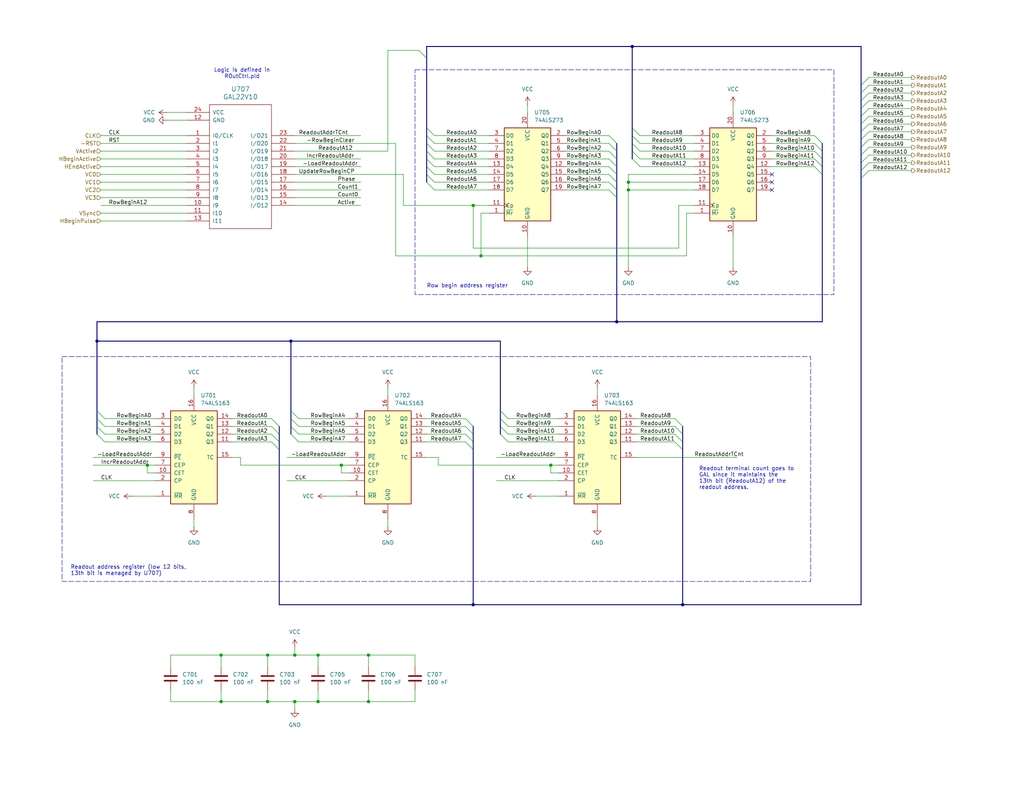
<source format=kicad_sch>
(kicad_sch (version 20231120) (generator "eeschema") (generator_version "8.0")
  (paper "User" 335.28 259.08)
  (title_block (title "Readout") (company "daveho hacks"))
  (lib_symbols
    (symbol "74xx:74LS163" (pin_names (offset 1.016))
      (property "Reference" "U" (at -7.62 16.51 0))
      (property "Value" "74LS163" (at -7.62 -16.51 0))
      (symbol "74LS163_1_0"
        (pin input line (at -12.7 -12.7 0) (length 5.08) (name "~{MR}") (number "1"))
        (pin input line (at -12.7 -5.08 0) (length 5.08) (name "CET") (number "10"))
        (pin output line (at 12.7 5.08 180) (length 5.08) (name "Q3") (number "11"))
        (pin output line (at 12.7 7.62 180) (length 5.08) (name "Q2") (number "12"))
        (pin output line (at 12.7 10.16 180) (length 5.08) (name "Q1") (number "13"))
        (pin output line (at 12.7 12.7 180) (length 5.08) (name "Q0") (number "14"))
        (pin output line (at 12.7 0 180) (length 5.08) (name "TC") (number "15"))
        (pin power_in line (at 0 20.32 270) (length 5.08) (name "VCC") (number "16"))
        (pin input line (at -12.7 -7.62 0) (length 5.08) (name "CP") (number "2"))
        (pin input line (at -12.7 12.7 0) (length 5.08) (name "D0") (number "3"))
        (pin input line (at -12.7 10.16 0) (length 5.08) (name "D1") (number "4"))
        (pin input line (at -12.7 7.62 0) (length 5.08) (name "D2") (number "5"))
        (pin input line (at -12.7 5.08 0) (length 5.08) (name "D3") (number "6"))
        (pin input line (at -12.7 -2.54 0) (length 5.08) (name "CEP") (number "7"))
        (pin power_in line (at 0 -20.32 90) (length 5.08) (name "GND") (number "8"))
        (pin input line (at -12.7 0 0) (length 5.08) (name "~{PE}") (number "9"))
      )
      (symbol "74LS163_1_1"
        (rectangle (start -7.62 15.24) (end 7.62 -15.24) (stroke (width 0.254)) (fill (type background)))
      )
    )
    (symbol "74xx:74LS273"
      (property "Reference" "U" (at -7.62 16.51 0))
      (property "Value" "74LS273" (at -7.62 -16.51 0))
      (symbol "74LS273_1_0"
        (pin input line (at -12.7 -12.7 0) (length 5.08) (name "~{Mr}") (number "1"))
        (pin power_in line (at 0 -20.32 90) (length 5.08) (name "GND") (number "10"))
        (pin input clock (at -12.7 -10.16 0) (length 5.08) (name "Cp") (number "11"))
        (pin output line (at 12.7 2.54 180) (length 5.08) (name "Q4") (number "12"))
        (pin input line (at -12.7 2.54 0) (length 5.08) (name "D4") (number "13"))
        (pin input line (at -12.7 0 0) (length 5.08) (name "D5") (number "14"))
        (pin output line (at 12.7 0 180) (length 5.08) (name "Q5") (number "15"))
        (pin output line (at 12.7 -2.54 180) (length 5.08) (name "Q6") (number "16"))
        (pin input line (at -12.7 -2.54 0) (length 5.08) (name "D6") (number "17"))
        (pin input line (at -12.7 -5.08 0) (length 5.08) (name "D7") (number "18"))
        (pin output line (at 12.7 -5.08 180) (length 5.08) (name "Q7") (number "19"))
        (pin output line (at 12.7 12.7 180) (length 5.08) (name "Q0") (number "2"))
        (pin power_in line (at 0 20.32 270) (length 5.08) (name "VCC") (number "20"))
        (pin input line (at -12.7 12.7 0) (length 5.08) (name "D0") (number "3"))
        (pin input line (at -12.7 10.16 0) (length 5.08) (name "D1") (number "4"))
        (pin output line (at 12.7 10.16 180) (length 5.08) (name "Q1") (number "5"))
        (pin output line (at 12.7 7.62 180) (length 5.08) (name "Q2") (number "6"))
        (pin input line (at -12.7 7.62 0) (length 5.08) (name "D2") (number "7"))
        (pin input line (at -12.7 5.08 0) (length 5.08) (name "D3") (number "8"))
        (pin output line (at 12.7 5.08 180) (length 5.08) (name "Q3") (number "9"))
      )
      (symbol "74LS273_1_1"
        (rectangle (start -7.62 15.24) (end 7.62 -15.24) (stroke (width 0.254)) (fill (type background)))
      )
    )
    (symbol "Device:C" (pin_numbers hide) (pin_names (offset 0.254))
      (property "Reference" "C" (at 0.635 2.54 0))
      (property "Value" "C" (at 0.635 -2.54 0))
      (symbol "C_0_1"
        (polyline (pts (xy -2.032 -0.762) (xy 2.032 -0.762)) (stroke (width 0.508)))
        (polyline (pts (xy -2.032 0.762) (xy 2.032 0.762)) (stroke (width 0.508)))
      )
      (symbol "C_1_1"
        (pin passive line (at 0 3.81 270) (length 2.794) (name "~") (number "1"))
        (pin passive line (at 0 -3.81 90) (length 2.794) (name "~") (number "2"))
      )
    )
    (symbol "power:GND" (power) (pin_numbers hide) (pin_names (offset 0) hide)
      (property "Value" "GND" (at 0 -3.81 0))
      (symbol "GND_0_1"
        (polyline (pts (xy 0 0) (xy 0 -1.27) (xy 1.27 -1.27) (xy 0 -2.54) (xy -1.27 -1.27) (xy 0 -1.27)))
      )
      (symbol "GND_1_1"
        (pin power_in line (at 0 0 270) (length 0) (name "~") (number "1"))
      )
    )
    (symbol "power:VCC" (power) (pin_numbers hide) (pin_names (offset 0) hide)
      (property "Value" "VCC" (at 0 3.556 0))
      (symbol "VCC_0_1"
        (polyline (pts (xy -0.762 1.27) (xy 0 2.54)))
        (polyline (pts (xy 0 0) (xy 0 2.54)))
        (polyline (pts (xy 0 2.54) (xy 0.762 1.27)))
      )
      (symbol "VCC_1_1"
        (pin power_in line (at 0 0 90) (length 0) (name "~") (number "1"))
      )
    )
    (symbol "ya68k:GAL22V10" (pin_names (offset 1.016))
      (property "Reference" "U" (at -1.27 20.32 0))
      (property "Value" "GAL22V10" (at 0 -24.13 0))
      (symbol "GAL22V10_0_1"
        (rectangle (start -10.16 19.05) (end 10.16 -21.59))
      )
      (symbol "GAL22V10_1_1"
        (pin input line (at -17.78 8.89 0) (length 7.62) (name "I0/CLK") (number "1"))
        (pin input line (at -17.78 -13.97 0) (length 7.62) (name "I9") (number "10"))
        (pin input line (at -17.78 -16.51 0) (length 7.62) (name "I10") (number "11"))
        (pin power_in line (at -17.78 13.97 0) (length 7.62) (name "GND") (number "12"))
        (pin input line (at -17.78 -19.05 0) (length 7.62) (name "I11") (number "13"))
        (pin bidirectional line (at 17.78 -13.97 180) (length 7.62) (name "I/O12") (number "14"))
        (pin bidirectional line (at 17.78 -11.43 180) (length 7.62) (name "I/O13") (number "15"))
        (pin bidirectional line (at 17.78 -8.89 180) (length 7.62) (name "I/O14") (number "16"))
        (pin bidirectional line (at 17.78 -6.35 180) (length 7.62) (name "I/O15") (number "17"))
        (pin bidirectional line (at 17.78 -3.81 180) (length 7.62) (name "I/O16") (number "18"))
        (pin bidirectional line (at 17.78 -1.27 180) (length 7.62) (name "I/O17") (number "19"))
        (pin input line (at -17.78 6.35 0) (length 7.62) (name "I1") (number "2"))
        (pin bidirectional line (at 17.78 1.27 180) (length 7.62) (name "I/O18") (number "20"))
        (pin bidirectional line (at 17.78 3.81 180) (length 7.62) (name "I/O19") (number "21"))
        (pin bidirectional line (at 17.78 6.35 180) (length 7.62) (name "I/O20") (number "22"))
        (pin bidirectional line (at 17.78 8.89 180) (length 7.62) (name "I/O21") (number "23"))
        (pin power_in line (at -17.78 16.51 0) (length 7.62) (name "VCC") (number "24"))
        (pin input line (at -17.78 3.81 0) (length 7.62) (name "I2") (number "3"))
        (pin input line (at -17.78 1.27 0) (length 7.62) (name "I3") (number "4"))
        (pin input line (at -17.78 -1.27 0) (length 7.62) (name "I4") (number "5"))
        (pin input line (at -17.78 -3.81 0) (length 7.62) (name "I5") (number "6"))
        (pin input line (at -17.78 -6.35 0) (length 7.62) (name "I6") (number "7"))
        (pin input line (at -17.78 -8.89 0) (length 7.62) (name "I7") (number "8"))
        (pin input line (at -17.78 -11.43 0) (length 7.62) (name "I8") (number "9"))
      )
    )
  )
  (junction (at 154.94 67.31))
  (junction (at 207.01 15.24))
  (junction (at 205.74 59.69))
  (junction (at 87.63 214.63))
  (junction (at 31.75 111.76))
  (junction (at 157.48 83.82))
  (junction (at 111.76 152.4))
  (junction (at 223.52 198.12))
  (junction (at 180.34 152.4))
  (junction (at 120.65 214.63))
  (junction (at 104.14 214.63))
  (junction (at 205.74 62.23))
  (junction (at 120.65 229.87))
  (junction (at 72.39 214.63))
  (junction (at 48.26 152.4))
  (junction (at 201.93 105.41))
  (junction (at 95.25 111.76))
  (junction (at 96.52 229.87))
  (junction (at 87.63 229.87))
  (junction (at 96.52 214.63))
  (junction (at 154.94 198.12))
  (junction (at 104.14 229.87))
  (junction (at 72.39 229.87))
  (no_connect (at 252.73 62.23))
  (no_connect (at 252.73 57.15))
  (no_connect (at 252.73 59.69))
  (bus_entry (at 266.7 49.53) (size 2.54 2.54))
  (bus_entry (at 139.7 59.69) (size 2.54 2.54))
  (bus_entry (at 281.94 35.56) (size 2.54 -2.54))
  (bus_entry (at 207.01 44.45) (size 2.54 2.54))
  (bus_entry (at 139.7 57.15) (size 2.54 2.54))
  (bus_entry (at 199.39 46.99) (size 2.54 2.54))
  (bus_entry (at 281.94 58.42) (size 2.54 -2.54))
  (bus_entry (at 31.75 137.16) (size 2.54 2.54))
  (bus_entry (at 152.4 144.78) (size 2.54 2.54))
  (bus_entry (at 207.01 52.07) (size 2.54 2.54))
  (bus_entry (at 31.75 142.24) (size 2.54 2.54))
  (bus_entry (at 152.4 142.24) (size 2.54 2.54))
  (bus_entry (at 266.7 54.61) (size 2.54 2.54))
  (bus_entry (at 31.75 139.7) (size 2.54 2.54))
  (bus_entry (at 281.94 55.88) (size 2.54 -2.54))
  (bus_entry (at 281.94 27.94) (size 2.54 -2.54))
  (bus_entry (at 139.7 46.99) (size 2.54 2.54))
  (bus_entry (at 281.94 45.72) (size 2.54 -2.54))
  (bus_entry (at 199.39 59.69) (size 2.54 2.54))
  (bus_entry (at 199.39 54.61) (size 2.54 2.54))
  (bus_entry (at 95.25 137.16) (size 2.54 2.54))
  (bus_entry (at 88.9 137.16) (size 2.54 2.54))
  (bus_entry (at 266.7 52.07) (size 2.54 2.54))
  (bus_entry (at 199.39 49.53) (size 2.54 2.54))
  (bus_entry (at 207.01 46.99) (size 2.54 2.54))
  (bus_entry (at 281.94 40.64) (size 2.54 -2.54))
  (bus_entry (at 88.9 139.7) (size 2.54 2.54))
  (bus_entry (at 163.83 142.24) (size 2.54 2.54))
  (bus_entry (at 281.94 53.34) (size 2.54 -2.54))
  (bus_entry (at 163.83 137.16) (size 2.54 2.54))
  (bus_entry (at 139.7 52.07) (size 2.54 2.54))
  (bus_entry (at 281.94 48.26) (size 2.54 -2.54))
  (bus_entry (at 152.4 137.16) (size 2.54 2.54))
  (bus_entry (at 266.7 44.45) (size 2.54 2.54))
  (bus_entry (at 139.7 54.61) (size 2.54 2.54))
  (bus_entry (at 139.7 44.45) (size 2.54 2.54))
  (bus_entry (at 281.94 33.02) (size 2.54 -2.54))
  (bus_entry (at 281.94 43.18) (size 2.54 -2.54))
  (bus_entry (at 281.94 50.8) (size 2.54 -2.54))
  (bus_entry (at 220.98 139.7) (size 2.54 2.54))
  (bus_entry (at 137.16 16.51) (size 2.54 2.54))
  (bus_entry (at 266.7 46.99) (size 2.54 2.54))
  (bus_entry (at 199.39 52.07) (size 2.54 2.54))
  (bus_entry (at 31.75 134.62) (size 2.54 2.54))
  (bus_entry (at 220.98 137.16) (size 2.54 2.54))
  (bus_entry (at 207.01 41.91) (size 2.54 2.54))
  (bus_entry (at 199.39 62.23) (size 2.54 2.54))
  (bus_entry (at 199.39 44.45) (size 2.54 2.54))
  (bus_entry (at 88.9 144.78) (size 2.54 2.54))
  (bus_entry (at 139.7 41.91) (size 2.54 2.54))
  (bus_entry (at 220.98 142.24) (size 2.54 2.54))
  (bus_entry (at 199.39 57.15) (size 2.54 2.54))
  (bus_entry (at 88.9 142.24) (size 2.54 2.54))
  (bus_entry (at 95.25 142.24) (size 2.54 2.54))
  (bus_entry (at 281.94 38.1) (size 2.54 -2.54))
  (bus_entry (at 95.25 134.62) (size 2.54 2.54))
  (bus_entry (at 220.98 144.78) (size 2.54 2.54))
  (bus_entry (at 95.25 139.7) (size 2.54 2.54))
  (bus_entry (at 163.83 139.7) (size 2.54 2.54))
  (bus_entry (at 163.83 134.62) (size 2.54 2.54))
  (bus_entry (at 281.94 30.48) (size 2.54 -2.54))
  (bus_entry (at 152.4 139.7) (size 2.54 2.54))
  (bus_entry (at 139.7 49.53) (size 2.54 2.54))
  (bus_entry (at 207.01 49.53) (size 2.54 2.54))
  (wire (pts (xy 209.55 49.53) (xy 227.33 49.53)))
  (bus (pts (xy 281.94 53.34) (xy 281.94 50.8)))
  (wire (pts (xy 209.55 52.07) (xy 227.33 52.07)))
  (bus (pts (xy 281.94 35.56) (xy 281.94 33.02)))
  (wire (pts (xy 162.56 157.48) (xy 182.88 157.48)))
  (wire (pts (xy 55.88 229.87) (xy 72.39 229.87)))
  (bus (pts (xy 139.7 54.61) (xy 139.7 57.15)))
  (wire (pts (xy 76.2 139.7) (xy 88.9 139.7)))
  (wire (pts (xy 33.02 62.23) (xy 60.96 62.23)))
  (bus (pts (xy 281.94 30.48) (xy 281.94 27.94)))
  (wire (pts (xy 208.28 144.78) (xy 220.98 144.78)))
  (wire (pts (xy 240.03 34.29) (xy 240.03 36.83)))
  (wire (pts (xy 284.48 35.56) (xy 298.45 35.56)))
  (wire (pts (xy 63.5 127) (xy 63.5 129.54)))
  (bus (pts (xy 95.25 111.76) (xy 95.25 134.62)))
  (wire (pts (xy 209.55 54.61) (xy 227.33 54.61)))
  (wire (pts (xy 76.2 142.24) (xy 88.9 142.24)))
  (wire (pts (xy 93.98 157.48) (xy 114.3 157.48)))
  (bus (pts (xy 269.24 46.99) (xy 269.24 49.53)))
  (bus (pts (xy 31.75 105.41) (xy 31.75 111.76)))
  (wire (pts (xy 33.02 54.61) (xy 60.96 54.61)))
  (wire (pts (xy 284.48 33.02) (xy 298.45 33.02)))
  (wire (pts (xy 160.02 69.85) (xy 157.48 69.85)))
  (wire (pts (xy 33.02 52.07) (xy 60.96 52.07)))
  (wire (pts (xy 54.61 36.83) (xy 60.96 36.83)))
  (wire (pts (xy 72.39 214.63) (xy 87.63 214.63)))
  (bus (pts (xy 163.83 134.62) (xy 163.83 111.76)))
  (wire (pts (xy 48.26 154.94) (xy 48.26 152.4)))
  (wire (pts (xy 180.34 152.4) (xy 182.88 152.4)))
  (wire (pts (xy 205.74 59.69) (xy 227.33 59.69)))
  (wire (pts (xy 50.8 154.94) (xy 48.26 154.94)))
  (wire (pts (xy 139.7 144.78) (xy 152.4 144.78)))
  (bus (pts (xy 31.75 105.41) (xy 201.93 105.41)))
  (wire (pts (xy 63.5 170.18) (xy 63.5 172.72)))
  (wire (pts (xy 142.24 62.23) (xy 160.02 62.23)))
  (bus (pts (xy 201.93 59.69) (xy 201.93 62.23)))
  (wire (pts (xy 284.48 43.18) (xy 298.45 43.18)))
  (bus (pts (xy 163.83 142.24) (xy 163.83 139.7)))
  (bus (pts (xy 223.52 144.78) (xy 223.52 147.32)))
  (wire (pts (xy 55.88 218.44) (xy 55.88 214.63)))
  (wire (pts (xy 208.28 137.16) (xy 220.98 137.16)))
  (bus (pts (xy 31.75 137.16) (xy 31.75 134.62)))
  (bus (pts (xy 91.44 147.32) (xy 91.44 198.12)))
  (wire (pts (xy 284.48 53.34) (xy 298.45 53.34)))
  (wire (pts (xy 195.58 170.18) (xy 195.58 172.72)))
  (wire (pts (xy 97.79 139.7) (xy 114.3 139.7)))
  (wire (pts (xy 172.72 77.47) (xy 172.72 87.63)))
  (wire (pts (xy 96.52 46.99) (xy 129.54 46.99)))
  (wire (pts (xy 34.29 142.24) (xy 50.8 142.24)))
  (wire (pts (xy 143.51 152.4) (xy 180.34 152.4)))
  (wire (pts (xy 222.25 81.28) (xy 154.94 81.28)))
  (wire (pts (xy 182.88 154.94) (xy 180.34 154.94)))
  (bus (pts (xy 207.01 49.53) (xy 207.01 52.07)))
  (wire (pts (xy 120.65 214.63) (xy 120.65 218.44)))
  (wire (pts (xy 195.58 127) (xy 195.58 129.54)))
  (bus (pts (xy 139.7 15.24) (xy 139.7 19.05)))
  (bus (pts (xy 139.7 46.99) (xy 139.7 49.53)))
  (bus (pts (xy 91.44 144.78) (xy 91.44 147.32)))
  (wire (pts (xy 205.74 57.15) (xy 205.74 59.69)))
  (bus (pts (xy 91.44 142.24) (xy 91.44 144.78)))
  (bus (pts (xy 281.94 48.26) (xy 281.94 45.72)))
  (wire (pts (xy 127 49.53) (xy 127 16.51)))
  (wire (pts (xy 135.89 214.63) (xy 135.89 218.44)))
  (wire (pts (xy 240.03 77.47) (xy 240.03 87.63)))
  (wire (pts (xy 111.76 154.94) (xy 111.76 152.4)))
  (wire (pts (xy 30.48 157.48) (xy 50.8 157.48)))
  (wire (pts (xy 72.39 214.63) (xy 72.39 218.44)))
  (bus (pts (xy 139.7 49.53) (xy 139.7 52.07)))
  (wire (pts (xy 139.7 137.16) (xy 152.4 137.16)))
  (bus (pts (xy 281.94 58.42) (xy 281.94 55.88)))
  (wire (pts (xy 185.42 59.69) (xy 199.39 59.69)))
  (wire (pts (xy 33.02 46.99) (xy 60.96 46.99)))
  (wire (pts (xy 175.26 162.56) (xy 182.88 162.56)))
  (wire (pts (xy 205.74 62.23) (xy 205.74 87.63)))
  (wire (pts (xy 48.26 152.4) (xy 50.8 152.4)))
  (wire (pts (xy 157.48 83.82) (xy 224.79 83.82)))
  (wire (pts (xy 222.25 67.31) (xy 222.25 81.28)))
  (wire (pts (xy 55.88 226.06) (xy 55.88 229.87)))
  (bus (pts (xy 154.94 142.24) (xy 154.94 144.78)))
  (wire (pts (xy 284.48 50.8) (xy 298.45 50.8)))
  (wire (pts (xy 97.79 137.16) (xy 114.3 137.16)))
  (wire (pts (xy 209.55 46.99) (xy 227.33 46.99)))
  (wire (pts (xy 30.48 152.4) (xy 48.26 152.4)))
  (wire (pts (xy 284.48 40.64) (xy 298.45 40.64)))
  (wire (pts (xy 96.52 59.69) (xy 118.11 59.69)))
  (bus (pts (xy 154.94 147.32) (xy 154.94 198.12)))
  (wire (pts (xy 96.52 57.15) (xy 132.08 57.15)))
  (wire (pts (xy 111.76 152.4) (xy 114.3 152.4)))
  (bus (pts (xy 201.93 52.07) (xy 201.93 54.61)))
  (wire (pts (xy 142.24 52.07) (xy 160.02 52.07)))
  (bus (pts (xy 223.52 139.7) (xy 223.52 142.24)))
  (wire (pts (xy 284.48 55.88) (xy 298.45 55.88)))
  (wire (pts (xy 114.3 154.94) (xy 111.76 154.94)))
  (bus (pts (xy 95.25 111.76) (xy 31.75 111.76)))
  (wire (pts (xy 33.02 67.31) (xy 60.96 67.31)))
  (wire (pts (xy 132.08 67.31) (xy 154.94 67.31)))
  (bus (pts (xy 281.94 50.8) (xy 281.94 48.26)))
  (wire (pts (xy 96.52 214.63) (xy 104.14 214.63)))
  (bus (pts (xy 95.25 139.7) (xy 95.25 142.24)))
  (wire (pts (xy 154.94 81.28) (xy 154.94 67.31)))
  (bus (pts (xy 201.93 62.23) (xy 201.93 64.77)))
  (wire (pts (xy 166.37 137.16) (xy 182.88 137.16)))
  (bus (pts (xy 207.01 46.99) (xy 207.01 49.53)))
  (wire (pts (xy 96.52 54.61) (xy 118.11 54.61)))
  (bus (pts (xy 154.94 139.7) (xy 154.94 142.24)))
  (bus (pts (xy 269.24 49.53) (xy 269.24 52.07)))
  (bus (pts (xy 269.24 57.15) (xy 269.24 105.41)))
  (bus (pts (xy 281.94 33.02) (xy 281.94 30.48)))
  (bus (pts (xy 95.25 137.16) (xy 95.25 139.7)))
  (bus (pts (xy 91.44 198.12) (xy 154.94 198.12)))
  (wire (pts (xy 252.73 54.61) (xy 266.7 54.61)))
  (wire (pts (xy 33.02 49.53) (xy 60.96 49.53)))
  (wire (pts (xy 33.02 69.85) (xy 60.96 69.85)))
  (wire (pts (xy 185.42 57.15) (xy 199.39 57.15)))
  (wire (pts (xy 96.52 64.77) (xy 118.11 64.77)))
  (wire (pts (xy 96.52 44.45) (xy 118.11 44.45)))
  (wire (pts (xy 33.02 44.45) (xy 60.96 44.45)))
  (bus (pts (xy 207.01 41.91) (xy 207.01 44.45)))
  (wire (pts (xy 127 16.51) (xy 137.16 16.51)))
  (wire (pts (xy 72.39 226.06) (xy 72.39 229.87)))
  (wire (pts (xy 185.42 49.53) (xy 199.39 49.53)))
  (wire (pts (xy 34.29 137.16) (xy 50.8 137.16)))
  (wire (pts (xy 284.48 48.26) (xy 298.45 48.26)))
  (wire (pts (xy 157.48 69.85) (xy 157.48 83.82)))
  (bus (pts (xy 201.93 64.77) (xy 201.93 105.41)))
  (wire (pts (xy 96.52 229.87) (xy 104.14 229.87)))
  (wire (pts (xy 162.56 149.86) (xy 182.88 149.86)))
  (bus (pts (xy 31.75 139.7) (xy 31.75 137.16)))
  (wire (pts (xy 104.14 226.06) (xy 104.14 229.87)))
  (wire (pts (xy 76.2 137.16) (xy 88.9 137.16)))
  (wire (pts (xy 224.79 69.85) (xy 224.79 83.82)))
  (wire (pts (xy 284.48 45.72) (xy 298.45 45.72)))
  (wire (pts (xy 209.55 44.45) (xy 227.33 44.45)))
  (wire (pts (xy 76.2 149.86) (xy 78.74 149.86)))
  (bus (pts (xy 154.94 198.12) (xy 223.52 198.12)))
  (wire (pts (xy 104.14 214.63) (xy 120.65 214.63)))
  (bus (pts (xy 163.83 139.7) (xy 163.83 137.16)))
  (wire (pts (xy 142.24 59.69) (xy 160.02 59.69)))
  (bus (pts (xy 281.94 45.72) (xy 281.94 43.18)))
  (wire (pts (xy 127 127) (xy 127 129.54)))
  (bus (pts (xy 139.7 44.45) (xy 139.7 46.99)))
  (wire (pts (xy 78.74 152.4) (xy 111.76 152.4)))
  (wire (pts (xy 33.02 59.69) (xy 60.96 59.69)))
  (wire (pts (xy 142.24 46.99) (xy 160.02 46.99)))
  (bus (pts (xy 281.94 38.1) (xy 281.94 35.56)))
  (bus (pts (xy 139.7 19.05) (xy 139.7 41.91)))
  (wire (pts (xy 284.48 30.48) (xy 298.45 30.48)))
  (wire (pts (xy 33.02 72.39) (xy 60.96 72.39)))
  (wire (pts (xy 96.52 229.87) (xy 96.52 232.41)))
  (bus (pts (xy 95.25 111.76) (xy 163.83 111.76)))
  (wire (pts (xy 87.63 226.06) (xy 87.63 229.87)))
  (wire (pts (xy 34.29 144.78) (xy 50.8 144.78)))
  (wire (pts (xy 104.14 214.63) (xy 104.14 218.44)))
  (wire (pts (xy 252.73 49.53) (xy 266.7 49.53)))
  (wire (pts (xy 142.24 49.53) (xy 160.02 49.53)))
  (bus (pts (xy 139.7 57.15) (xy 139.7 59.69)))
  (wire (pts (xy 93.98 149.86) (xy 114.3 149.86)))
  (wire (pts (xy 132.08 57.15) (xy 132.08 67.31)))
  (wire (pts (xy 172.72 34.29) (xy 172.72 36.83)))
  (wire (pts (xy 252.73 52.07) (xy 266.7 52.07)))
  (wire (pts (xy 106.68 162.56) (xy 114.3 162.56)))
  (bus (pts (xy 201.93 54.61) (xy 201.93 57.15)))
  (wire (pts (xy 120.65 214.63) (xy 135.89 214.63)))
  (wire (pts (xy 129.54 46.99) (xy 129.54 83.82)))
  (bus (pts (xy 91.44 139.7) (xy 91.44 142.24)))
  (bus (pts (xy 269.24 52.07) (xy 269.24 54.61)))
  (bus (pts (xy 31.75 142.24) (xy 31.75 139.7)))
  (wire (pts (xy 142.24 54.61) (xy 160.02 54.61)))
  (bus (pts (xy 269.24 54.61) (xy 269.24 57.15)))
  (bus (pts (xy 95.25 134.62) (xy 95.25 137.16)))
  (wire (pts (xy 252.73 46.99) (xy 266.7 46.99)))
  (wire (pts (xy 185.42 44.45) (xy 199.39 44.45)))
  (bus (pts (xy 201.93 46.99) (xy 201.93 49.53)))
  (wire (pts (xy 208.28 139.7) (xy 220.98 139.7)))
  (bus (pts (xy 281.94 43.18) (xy 281.94 40.64)))
  (wire (pts (xy 139.7 142.24) (xy 152.4 142.24)))
  (bus (pts (xy 281.94 55.88) (xy 281.94 53.34)))
  (wire (pts (xy 185.42 62.23) (xy 199.39 62.23)))
  (bus (pts (xy 281.94 15.24) (xy 207.01 15.24)))
  (wire (pts (xy 185.42 46.99) (xy 199.39 46.99)))
  (wire (pts (xy 142.24 44.45) (xy 160.02 44.45)))
  (wire (pts (xy 97.79 142.24) (xy 114.3 142.24)))
  (wire (pts (xy 208.28 142.24) (xy 220.98 142.24)))
  (wire (pts (xy 54.61 39.37) (xy 60.96 39.37)))
  (wire (pts (xy 43.18 162.56) (xy 50.8 162.56)))
  (wire (pts (xy 166.37 142.24) (xy 182.88 142.24)))
  (wire (pts (xy 143.51 149.86) (xy 143.51 152.4)))
  (bus (pts (xy 207.01 44.45) (xy 207.01 46.99)))
  (wire (pts (xy 55.88 214.63) (xy 72.39 214.63)))
  (wire (pts (xy 97.79 144.78) (xy 114.3 144.78)))
  (wire (pts (xy 227.33 67.31) (xy 222.25 67.31)))
  (wire (pts (xy 96.52 52.07) (xy 118.11 52.07)))
  (wire (pts (xy 87.63 214.63) (xy 87.63 218.44)))
  (wire (pts (xy 72.39 229.87) (xy 87.63 229.87)))
  (wire (pts (xy 154.94 67.31) (xy 160.02 67.31)))
  (bus (pts (xy 139.7 41.91) (xy 139.7 44.45)))
  (wire (pts (xy 166.37 139.7) (xy 182.88 139.7)))
  (wire (pts (xy 33.02 64.77) (xy 60.96 64.77)))
  (bus (pts (xy 207.01 15.24) (xy 207.01 41.91)))
  (bus (pts (xy 281.94 40.64) (xy 281.94 38.1)))
  (wire (pts (xy 120.65 226.06) (xy 120.65 229.87)))
  (wire (pts (xy 180.34 154.94) (xy 180.34 152.4)))
  (wire (pts (xy 205.74 59.69) (xy 205.74 62.23)))
  (wire (pts (xy 30.48 149.86) (xy 50.8 149.86)))
  (wire (pts (xy 34.29 139.7) (xy 50.8 139.7)))
  (bus (pts (xy 281.94 58.42) (xy 281.94 198.12)))
  (wire (pts (xy 208.28 149.86) (xy 241.3 149.86)))
  (bus (pts (xy 201.93 57.15) (xy 201.93 59.69)))
  (bus (pts (xy 163.83 137.16) (xy 163.83 134.62)))
  (wire (pts (xy 139.7 149.86) (xy 143.51 149.86)))
  (wire (pts (xy 139.7 139.7) (xy 152.4 139.7)))
  (wire (pts (xy 166.37 144.78) (xy 182.88 144.78)))
  (bus (pts (xy 281.94 27.94) (xy 281.94 15.24)))
  (wire (pts (xy 129.54 83.82) (xy 157.48 83.82)))
  (wire (pts (xy 87.63 229.87) (xy 96.52 229.87)))
  (wire (pts (xy 185.42 52.07) (xy 199.39 52.07)))
  (wire (pts (xy 87.63 214.63) (xy 96.52 214.63)))
  (bus (pts (xy 139.7 52.07) (xy 139.7 54.61)))
  (wire (pts (xy 227.33 57.15) (xy 205.74 57.15)))
  (wire (pts (xy 78.74 149.86) (xy 78.74 152.4)))
  (wire (pts (xy 127 170.18) (xy 127 172.72)))
  (wire (pts (xy 142.24 57.15) (xy 160.02 57.15)))
  (wire (pts (xy 227.33 69.85) (xy 224.79 69.85)))
  (wire (pts (xy 76.2 144.78) (xy 88.9 144.78)))
  (wire (pts (xy 284.48 38.1) (xy 298.45 38.1)))
  (wire (pts (xy 135.89 229.87) (xy 135.89 226.06)))
  (wire (pts (xy 104.14 229.87) (xy 120.65 229.87)))
  (wire (pts (xy 284.48 25.4) (xy 298.45 25.4)))
  (bus (pts (xy 223.52 142.24) (xy 223.52 144.78)))
  (wire (pts (xy 284.48 27.94) (xy 298.45 27.94)))
  (bus (pts (xy 207.01 15.24) (xy 139.7 15.24)))
  (wire (pts (xy 96.52 67.31) (xy 118.11 67.31)))
  (bus (pts (xy 201.93 49.53) (xy 201.93 52.07)))
  (wire (pts (xy 205.74 62.23) (xy 227.33 62.23)))
  (bus (pts (xy 154.94 144.78) (xy 154.94 147.32)))
  (wire (pts (xy 185.42 54.61) (xy 199.39 54.61)))
  (wire (pts (xy 33.02 57.15) (xy 60.96 57.15)))
  (wire (pts (xy 96.52 212.09) (xy 96.52 214.63)))
  (bus (pts (xy 223.52 147.32) (xy 223.52 198.12)))
  (bus (pts (xy 201.93 105.41) (xy 269.24 105.41)))
  (bus (pts (xy 31.75 134.62) (xy 31.75 111.76)))
  (wire (pts (xy 120.65 229.87) (xy 135.89 229.87)))
  (wire (pts (xy 96.52 62.23) (xy 118.11 62.23)))
  (wire (pts (xy 252.73 44.45) (xy 266.7 44.45)))
  (wire (pts (xy 96.52 49.53) (xy 127 49.53)))
  (bus (pts (xy 223.52 198.12) (xy 281.94 198.12)))
  (rectangle (start 135.89 22.86) (end 273.05 96.52) (stroke (width 0) (type dash)))
  (rectangle (start 20.32 116.84) (end 265.43 190.5) (stroke (width 0) (type dash)))
  (text "Readout terminal count goes to\nGAL since it maintains the\n13th bit (ReadoutA12) of the\nreadout address." (at 228.854 156.718 0) (effects (font (size 1.27 1.27)) (justify left)))
  (text "Readout address register (low 12 bits,\n13th bit is managed by U707)" (at 23.114 186.944 0) (effects (font (size 1.27 1.27)) (justify left)))
  (text "Logic is defined in\nROutCtrl.pld" (at 79.248 24.13 0) (effects (font (size 1.27 1.27))))
  (text "Row begin address register" (at 139.7 93.726 0) (effects (font (size 1.27 1.27)) (justify left)))
  (label "ReadoutA9" (at 285.75 48.26 0))
  (label "RowBeginA7" (at 101.6 144.78 0))
  (label "IncrReadoutAddr" (at 100.33 52.07 0))
  (label "ReadoutA2" (at 77.47 142.24 0))
  (label "RowBeginA5" (at 101.6 139.7 0))
  (label "ReadoutA5" (at 146.05 57.15 0))
  (label "RowBeginA1" (at 185.42 46.99 0))
  (label "ReadoutA0" (at 285.75 25.4 0))
  (label "ReadoutA8" (at 285.75 45.72 0))
  (label "ReadoutA6" (at 146.05 59.69 0))
  (label "-LoadReadoutAddr" (at 95.25 149.86 0))
  (label "ReadoutA1" (at 285.75 27.94 0))
  (label "ReadoutA0" (at 77.47 137.16 0))
  (label "ReadoutA12" (at 104.14 49.53 0))
  (label "ReadoutAddrTCnt" (at 227.33 149.86 0))
  (label "RowBeginA2" (at 185.42 49.53 0))
  (label "RowBeginA9" (at 168.91 139.7 0))
  (label "ReadoutA2" (at 285.75 30.48 0))
  (label "ReadoutA3" (at 77.47 144.78 0))
  (label "RowBeginA1" (at 38.1 139.7 0))
  (label "-LoadReadoutAddr" (at 163.83 149.86 0))
  (label "-LoadReadoutAddr" (at 99.06 54.61 0))
  (label "ReadoutA8" (at 213.36 44.45 0))
  (label "RowBeginA7" (at 185.42 62.23 0))
  (label "-LoadReadoutAddr" (at 31.75 149.86 0))
  (label "ReadoutA12" (at 213.36 54.61 0))
  (label "RowBeginA0" (at 185.42 44.45 0))
  (label "RowBeginA5" (at 185.42 57.15 0))
  (label "Count1" (at 110.49 62.23 0))
  (label "ReadoutA1" (at 77.47 139.7 0))
  (label "RowBeginA10" (at 254 49.53 0))
  (label "RowBeginA12" (at 35.56 67.31 0))
  (label "RST" (at 35.56 46.99 0))
  (label "ReadoutA11" (at 285.75 53.34 0))
  (label "ReadoutA2" (at 146.05 49.53 0))
  (label "RowBeginA4" (at 101.6 137.16 0))
  (label "ReadoutA10" (at 209.55 142.24 0))
  (label "UpdateRowBeginCP" (at 97.79 57.15 0))
  (label "ReadoutA7" (at 146.05 62.23 0))
  (label "ReadoutA4" (at 140.97 137.16 0))
  (label "ReadoutA3" (at 285.75 33.02 0))
  (label "ReadoutA9" (at 209.55 139.7 0))
  (label "RowBeginA8" (at 168.91 137.16 0))
  (label "RowBeginA6" (at 185.42 59.69 0))
  (label "RowBeginA6" (at 101.6 142.24 0))
  (label "ReadoutA12" (at 285.75 55.88 0))
  (label "ReadoutA11" (at 213.36 52.07 0))
  (label "RowBeginA8" (at 254 44.45 0))
  (label "ReadoutA7" (at 285.75 43.18 0))
  (label "Phase" (at 110.49 59.69 0))
  (label "ReadoutA4" (at 146.05 54.61 0))
  (label "CLK" (at 33.02 157.48 0))
  (label "ReadoutA11" (at 209.55 144.78 0))
  (label "Count0" (at 110.49 64.77 0))
  (label "RowBeginA2" (at 38.1 142.24 0))
  (label "RowBeginA4" (at 185.42 54.61 0))
  (label "ReadoutA10" (at 285.75 50.8 0))
  (label "ReadoutA3" (at 146.05 52.07 0))
  (label "ReadoutA0" (at 146.05 44.45 0))
  (label "RowBeginA10" (at 168.91 142.24 0))
  (label "RowBeginA12" (at 254 54.61 0))
  (label "ReadoutA9" (at 213.36 46.99 0))
  (label "RowBeginA3" (at 185.42 52.07 0))
  (label "ReadoutA6" (at 285.75 40.64 0))
  (label "RowBeginA11" (at 168.91 144.78 0))
  (label "ReadoutA8" (at 209.55 137.16 0))
  (label "RowBeginA3" (at 38.1 144.78 0))
  (label "-RowBeginClear" (at 100.33 46.99 0))
  (label "ReadoutA1" (at 146.05 46.99 0))
  (label "RowBeginA9" (at 254 46.99 0))
  (label "ReadoutA5" (at 140.97 139.7 0))
  (label "ReadoutAddrTCnt" (at 97.79 44.45 0))
  (label "CLK" (at 35.56 44.45 0))
  (label "CLK" (at 165.1 157.48 0))
  (label "IncrReadoutAddr" (at 33.02 152.4 0))
  (label "RowBeginA0" (at 38.1 137.16 0))
  (label "CLK" (at 96.52 157.48 0))
  (label "Active" (at 110.49 67.31 0))
  (label "RowBeginA11" (at 254 52.07 0))
  (label "ReadoutA4" (at 285.75 35.56 0))
  (label "ReadoutA5" (at 285.75 38.1 0))
  (label "ReadoutA7" (at 140.97 144.78 0))
  (label "ReadoutA6" (at 140.97 142.24 0))
  (label "ReadoutA10" (at 213.36 49.53 0))
  (hierarchical_label "VC1" (shape input) (at 33.02 59.69 180))
  (hierarchical_label "ReadoutA7" (shape output) (at 298.45 43.18 0))
  (hierarchical_label "ReadoutA1" (shape output) (at 298.45 27.94 0))
  (hierarchical_label "ReadoutA5" (shape output) (at 298.45 38.1 0))
  (hierarchical_label "ReadoutA9" (shape output) (at 298.45 48.26 0))
  (hierarchical_label "VC3" (shape input) (at 33.02 64.77 180))
  (hierarchical_label "ReadoutA10" (shape output) (at 298.45 50.8 0))
  (hierarchical_label "CLK" (shape input) (at 33.02 44.45 180))
  (hierarchical_label "ReadoutA11" (shape output) (at 298.45 53.34 0))
  (hierarchical_label "ReadoutA6" (shape output) (at 298.45 40.64 0))
  (hierarchical_label "HBeginActive" (shape input) (at 33.02 52.07 180))
  (hierarchical_label "ReadoutA3" (shape output) (at 298.45 33.02 0))
  (hierarchical_label "-RST" (shape input) (at 33.02 46.99 180))
  (hierarchical_label "ReadoutA2" (shape output) (at 298.45 30.48 0))
  (hierarchical_label "ReadoutA12" (shape output) (at 298.45 55.88 0))
  (hierarchical_label "ReadoutA0" (shape output) (at 298.45 25.4 0))
  (hierarchical_label "VActive" (shape input) (at 33.02 49.53 180))
  (hierarchical_label "HEndActive" (shape input) (at 33.02 54.61 180))
  (hierarchical_label "VSync" (shape input) (at 33.02 69.85 180))
  (hierarchical_label "VC2" (shape input) (at 33.02 62.23 180))
  (hierarchical_label "ReadoutA4" (shape output) (at 298.45 35.56 0))
  (hierarchical_label "HBeginPulse" (shape input) (at 33.02 72.39 180))
  (hierarchical_label "ReadoutA8" (shape output) (at 298.45 45.72 0))
  (hierarchical_label "VC0" (shape input) (at 33.02 57.15 180))
  (symbol (lib_id "power:VCC") (at 175.26 162.56 90) (unit 1)
    (property "Reference" "#PWR063" (effects (hide yes)))
    (property "Value" "VCC" (at 171.45 162.5599 90) (effects (justify left)))
    (property "Description" "Power symbol creates a global label with name \"VCC\"" (effects (hide yes)))
  )
  (symbol (lib_id "Device:C") (at 87.63 222.25 0) (unit 1)
    (property "Reference" "C703" (at 91.44 220.9799 0) (effects (justify left)))
    (property "Value" "100 nF" (at 91.44 223.5199 0) (effects (justify left)))
    (property "Footprint" "Capacitor_SMD:C_0805_2012Metric_Pad1.18x1.45mm_HandSolder" (effects (hide yes)))
    (property "Description" "Unpolarized capacitor" (effects (hide yes)))
  )
  (symbol (lib_id "power:VCC") (at 106.68 162.56 90) (unit 1)
    (property "Reference" "#PWR062" (effects (hide yes)))
    (property "Value" "VCC" (at 102.87 162.5599 90) (effects (justify left)))
    (property "Description" "Power symbol creates a global label with name \"VCC\"" (effects (hide yes)))
  )
  (symbol (lib_id "power:VCC") (at 240.03 34.29 0) (unit 1)
    (property "Reference" "#PWR051" (effects (hide yes)))
    (property "Value" "VCC" (at 240.03 29.21 0))
    (property "Description" "Power symbol creates a global label with name \"VCC\"" (effects (hide yes)))
  )
  (symbol (lib_id "power:GND") (at 54.61 39.37 270) (unit 1)
    (property "Reference" "#PWR085" (effects (hide yes)))
    (property "Value" "GND" (at 50.8 39.3699 90) (effects (justify right)))
    (property "Description" "Power symbol creates a global label with name \"GND\" , ground" (effects (hide yes)))
  )
  (symbol (lib_id "74xx:74LS163") (at 127 149.86 0) (unit 1)
    (property "Reference" "U702" (at 129.1941 129.54 0) (effects (justify left)))
    (property "Value" "74ALS163" (at 129.1941 132.08 0) (effects (justify left)))
    (property "Footprint" "Package_SO:SOIC-16W_5.3x10.2mm_P1.27mm" (effects (hide yes)))
    (property "Datasheet" "http://www.ti.com/lit/gpn/sn74LS163" (effects (hide yes)))
    (property "Description" "Synchronous 4-bit programmable binary Counter" (effects (hide yes)))
  )
  (symbol (lib_id "power:VCC") (at 43.18 162.56 90) (unit 1)
    (property "Reference" "#PWR061" (effects (hide yes)))
    (property "Value" "VCC" (at 39.37 162.5599 90) (effects (justify left)))
    (property "Description" "Power symbol creates a global label with name \"VCC\"" (effects (hide yes)))
  )
  (symbol (lib_id "power:VCC") (at 54.61 36.83 90) (unit 1)
    (property "Reference" "#PWR084" (effects (hide yes)))
    (property "Value" "VCC" (at 50.8 36.8299 90) (effects (justify left)))
    (property "Description" "Power symbol creates a global label with name \"VCC\"" (effects (hide yes)))
  )
  (symbol (lib_id "74xx:74LS163") (at 195.58 149.86 0) (unit 1)
    (property "Reference" "U703" (at 197.7741 129.54 0) (effects (justify left)))
    (property "Value" "74ALS163" (at 197.7741 132.08 0) (effects (justify left)))
    (property "Footprint" "Package_SO:SOIC-16W_5.3x10.2mm_P1.27mm" (effects (hide yes)))
    (property "Datasheet" "http://www.ti.com/lit/gpn/sn74LS163" (effects (hide yes)))
    (property "Description" "Synchronous 4-bit programmable binary Counter" (effects (hide yes)))
  )
  (symbol (lib_id "Device:C") (at 120.65 222.25 0) (unit 1)
    (property "Reference" "C706" (at 124.46 220.9799 0) (effects (justify left)))
    (property "Value" "100 nF" (at 124.46 223.5199 0) (effects (justify left)))
    (property "Footprint" "Capacitor_SMD:C_0805_2012Metric_Pad1.18x1.45mm_HandSolder" (effects (hide yes)))
    (property "Description" "Unpolarized capacitor" (effects (hide yes)))
  )
  (symbol (lib_id "ya68k:GAL22V10") (at 78.74 53.34 0) (unit 1)
    (property "Reference" "U707" (at 78.74 29.21 0) (effects (font (size 1.524 1.524))))
    (property "Value" "GAL22V10" (at 78.74 31.75 0) (effects (font (size 1.524 1.524))))
    (property "Footprint" "Package_DIP:DIP-24_W7.62mm_Socket" (effects (hide yes)))
  )
  (symbol (lib_id "power:GND") (at 127 172.72 0) (unit 1)
    (property "Reference" "#PWR057" (effects (hide yes)))
    (property "Value" "GND" (at 127 177.8 0))
    (property "Description" "Power symbol creates a global label with name \"GND\" , ground" (effects (hide yes)))
  )
  (symbol (lib_id "power:GND") (at 205.74 87.63 0) (unit 1)
    (property "Reference" "#PWR060" (effects (hide yes)))
    (property "Value" "GND" (at 205.74 92.71 0))
    (property "Description" "Power symbol creates a global label with name \"GND\" , ground" (effects (hide yes)))
  )
  (symbol (lib_id "power:VCC") (at 195.58 127 0) (unit 1)
    (property "Reference" "#PWR054" (effects (hide yes)))
    (property "Value" "VCC" (at 195.58 121.92 0))
    (property "Description" "Power symbol creates a global label with name \"VCC\"" (effects (hide yes)))
  )
  (symbol (lib_id "Device:C") (at 135.89 222.25 0) (unit 1)
    (property "Reference" "C707" (at 139.7 220.9799 0) (effects (justify left)))
    (property "Value" "100 nF" (at 139.7 223.5199 0) (effects (justify left)))
    (property "Footprint" "Capacitor_SMD:C_0805_2012Metric_Pad1.18x1.45mm_HandSolder" (effects (hide yes)))
    (property "Description" "Unpolarized capacitor" (effects (hide yes)))
  )
  (symbol (lib_id "power:VCC") (at 63.5 127 0) (unit 1)
    (property "Reference" "#PWR052" (effects (hide yes)))
    (property "Value" "VCC" (at 63.5 121.92 0))
    (property "Description" "Power symbol creates a global label with name \"VCC\"" (effects (hide yes)))
  )
  (symbol (lib_id "power:VCC") (at 172.72 34.29 0) (unit 1)
    (property "Reference" "#PWR050" (effects (hide yes)))
    (property "Value" "VCC" (at 172.72 29.21 0))
    (property "Description" "Power symbol creates a global label with name \"VCC\"" (effects (hide yes)))
  )
  (symbol (lib_id "power:VCC") (at 96.52 212.09 0) (unit 1)
    (property "Reference" "#PWR0103" (effects (hide yes)))
    (property "Value" "VCC" (at 96.52 207.01 0))
    (property "Description" "Power symbol creates a global label with name \"VCC\"" (effects (hide yes)))
  )
  (symbol (lib_id "74xx:74LS273") (at 240.03 57.15 0) (unit 1)
    (property "Reference" "U706" (at 242.2241 36.83 0) (effects (justify left)))
    (property "Value" "74ALS273" (at 242.2241 39.37 0) (effects (justify left)))
    (property "Footprint" "Package_SO:SOIC-20W_7.5x12.8mm_P1.27mm" (effects (hide yes)))
    (property "Datasheet" "http://www.ti.com/lit/gpn/sn74LS273" (effects (hide yes)))
    (property "Description" "8-bit D Flip-Flop, reset" (effects (hide yes)))
  )
  (symbol (lib_id "74xx:74LS163") (at 63.5 149.86 0) (unit 1)
    (property "Reference" "U701" (at 65.6941 129.54 0) (effects (justify left)))
    (property "Value" "74ALS163" (at 65.6941 132.08 0) (effects (justify left)))
    (property "Footprint" "Package_SO:SOIC-16W_5.3x10.2mm_P1.27mm" (effects (hide yes)))
    (property "Datasheet" "http://www.ti.com/lit/gpn/sn74LS163" (effects (hide yes)))
    (property "Description" "Synchronous 4-bit programmable binary Counter" (effects (hide yes)))
  )
  (symbol (lib_id "power:GND") (at 96.52 232.41 0) (unit 1)
    (property "Reference" "#PWR0104" (effects (hide yes)))
    (property "Value" "GND" (at 96.52 237.49 0))
    (property "Description" "Power symbol creates a global label with name \"GND\" , ground" (effects (hide yes)))
  )
  (symbol (lib_id "Device:C") (at 55.88 222.25 0) (unit 1)
    (property "Reference" "C701" (at 59.69 220.9799 0) (effects (justify left)))
    (property "Value" "100 nF" (at 59.69 223.5199 0) (effects (justify left)))
    (property "Footprint" "Capacitor_SMD:C_0805_2012Metric_Pad1.18x1.45mm_HandSolder" (effects (hide yes)))
    (property "Description" "Unpolarized capacitor" (effects (hide yes)))
  )
  (symbol (lib_id "power:GND") (at 195.58 172.72 0) (unit 1)
    (property "Reference" "#PWR058" (effects (hide yes)))
    (property "Value" "GND" (at 195.58 177.8 0))
    (property "Description" "Power symbol creates a global label with name \"GND\" , ground" (effects (hide yes)))
  )
  (symbol (lib_id "Device:C") (at 72.39 222.25 0) (unit 1)
    (property "Reference" "C702" (at 76.2 220.9799 0) (effects (justify left)))
    (property "Value" "100 nF" (at 76.2 223.5199 0) (effects (justify left)))
    (property "Footprint" "Capacitor_SMD:C_0805_2012Metric_Pad1.18x1.45mm_HandSolder" (effects (hide yes)))
    (property "Description" "Unpolarized capacitor" (effects (hide yes)))
  )
  (symbol (lib_id "power:GND") (at 240.03 87.63 0) (unit 1)
    (property "Reference" "#PWR049" (effects (hide yes)))
    (property "Value" "GND" (at 240.03 92.71 0))
    (property "Description" "Power symbol creates a global label with name \"GND\" , ground" (effects (hide yes)))
  )
  (symbol (lib_id "Device:C") (at 104.14 222.25 0) (unit 1)
    (property "Reference" "C705" (at 107.95 220.9799 0) (effects (justify left)))
    (property "Value" "100 nF" (at 107.95 223.5199 0) (effects (justify left)))
    (property "Footprint" "Capacitor_SMD:C_0805_2012Metric_Pad1.18x1.45mm_HandSolder" (effects (hide yes)))
    (property "Description" "Unpolarized capacitor" (effects (hide yes)))
  )
  (symbol (lib_id "74xx:74LS273") (at 172.72 57.15 0) (unit 1)
    (property "Reference" "U705" (at 174.9141 36.83 0) (effects (justify left)))
    (property "Value" "74ALS273" (at 174.9141 39.37 0) (effects (justify left)))
    (property "Footprint" "Package_SO:SOIC-20W_7.5x12.8mm_P1.27mm" (effects (hide yes)))
    (property "Datasheet" "http://www.ti.com/lit/gpn/sn74LS273" (effects (hide yes)))
    (property "Description" "8-bit D Flip-Flop, reset" (effects (hide yes)))
  )
  (symbol (lib_id "power:GND") (at 172.72 87.63 0) (unit 1)
    (property "Reference" "#PWR048" (effects (hide yes)))
    (property "Value" "GND" (at 172.72 92.71 0))
    (property "Description" "Power symbol creates a global label with name \"GND\" , ground" (effects (hide yes)))
  )
  (symbol (lib_id "power:VCC") (at 127 127 0) (unit 1)
    (property "Reference" "#PWR053" (effects (hide yes)))
    (property "Value" "VCC" (at 127 121.92 0))
    (property "Description" "Power symbol creates a global label with name \"VCC\"" (effects (hide yes)))
  )
  (symbol (lib_id "power:GND") (at 63.5 172.72 0) (unit 1)
    (property "Reference" "#PWR056" (effects (hide yes)))
    (property "Value" "GND" (at 63.5 177.8 0))
    (property "Description" "Power symbol creates a global label with name \"GND\" , ground" (effects (hide yes)))
  )
)
</source>
